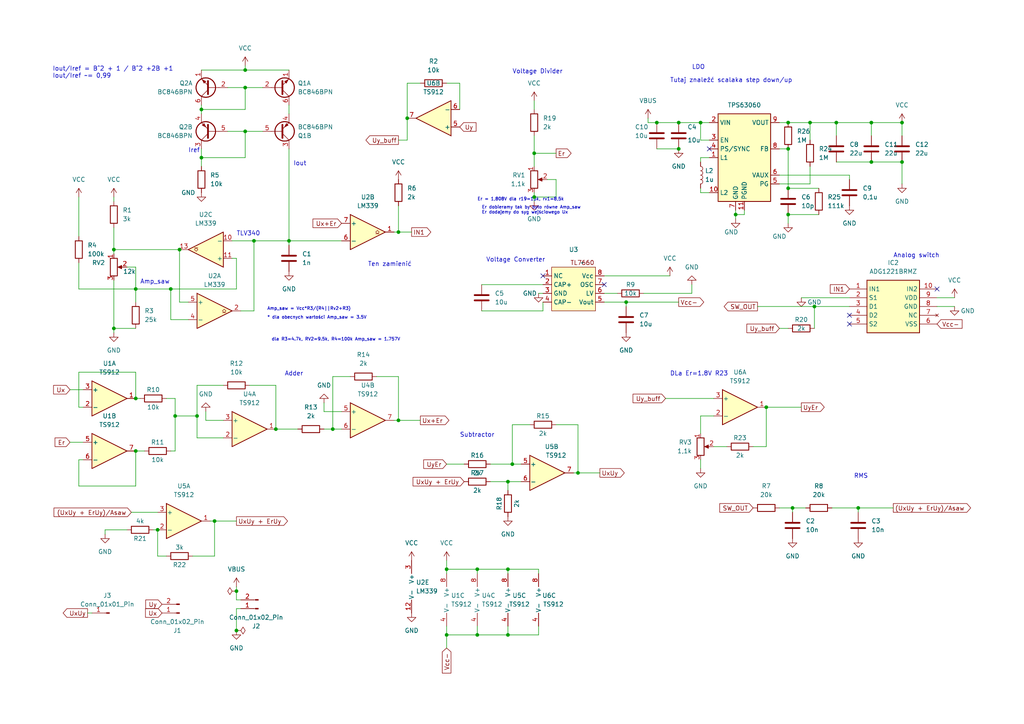
<source format=kicad_sch>
(kicad_sch (version 20230121) (generator eeschema)
  (paper "A4")
  (title_block (title "MultiplierV1") (date "2023-11-20") (comment 1 "Piotr Łętowski, Michał Nizioł, Michał Zelek"))
  (lib_symbols
    (symbol "Amplifier_Operational:TS912" (pin_names (offset 0.127))
      (property "Reference" "U" (at 0 5.08 0))
      (property "Value" "TS912" (at 0 -5.08 0))
      (symbol "TS912_1_1"
        (pin output line (at 7.62 0 180) (length 2.54) (name "~") (number "1"))
        (pin input line (at -7.62 -2.54 0) (length 2.54) (name "-") (number "2"))
        (pin input line (at -7.62 2.54 0) (length 2.54) (name "+") (number "3"))
      )
      (symbol "TS912_2_1"
        (pin input line (at -7.62 2.54 0) (length 2.54) (name "+") (number "5"))
        (pin input line (at -7.62 -2.54 0) (length 2.54) (name "-") (number "6"))
        (pin output line (at 7.62 0 180) (length 2.54) (name "~") (number "7"))
      )
      (symbol "TS912_3_1"
        (pin power_in line (at -2.54 -7.62 90) (length 3.81) (name "V-") (number "4"))
        (pin power_in line (at -2.54 7.62 270) (length 3.81) (name "V+") (number "8"))
      )
    )
    (symbol "Comparator:LM339" (pin_names (offset 0.127))
      (property "Reference" "U" (at 0 5.08 0))
      (property "Value" "LM339" (at 0 -5.08 0))
      (symbol "LM339_1_1"
        (pin open_collector line (at 7.62 0 180) (length 2.54) (name "~") (number "2"))
        (pin input line (at -7.62 -2.54 0) (length 2.54) (name "-") (number "4"))
        (pin input line (at -7.62 2.54 0) (length 2.54) (name "+") (number "5"))
      )
      (symbol "LM339_2_1"
        (pin open_collector line (at 7.62 0 180) (length 2.54) (name "~") (number "1"))
        (pin input line (at -7.62 -2.54 0) (length 2.54) (name "-") (number "6"))
        (pin input line (at -7.62 2.54 0) (length 2.54) (name "+") (number "7"))
      )
      (symbol "LM339_3_1"
        (pin input line (at -7.62 -2.54 0) (length 2.54) (name "-") (number "10"))
        (pin input line (at -7.62 2.54 0) (length 2.54) (name "+") (number "11"))
        (pin open_collector line (at 7.62 0 180) (length 2.54) (name "~") (number "13"))
      )
      (symbol "LM339_4_1"
        (pin open_collector line (at 7.62 0 180) (length 2.54) (name "~") (number "14"))
        (pin input line (at -7.62 -2.54 0) (length 2.54) (name "-") (number "8"))
        (pin input line (at -7.62 2.54 0) (length 2.54) (name "+") (number "9"))
      )
      (symbol "LM339_5_1"
        (pin power_in line (at -2.54 -7.62 90) (length 3.81) (name "V-") (number "12"))
        (pin power_in line (at -2.54 7.62 270) (length 3.81) (name "V+") (number "3"))
      )
    )
    (symbol "Connector:Conn_01x01_Pin" (pin_names (offset 1.016) hide)
      (property "Reference" "J" (at 0 2.54 0))
      (property "Value" "Conn_01x01_Pin" (at 0 -2.54 0))
      (symbol "Conn_01x01_Pin_1_1"
        (pin passive line (at 5.08 0 180) (length 3.81) (name "Pin_1") (number "1"))
      )
    )
    (symbol "Connector:Conn_01x02_Pin" (pin_names (offset 1.016) hide)
      (property "Reference" "J" (at 0 2.54 0))
      (property "Value" "Conn_01x02_Pin" (at 0 -5.08 0))
      (symbol "Conn_01x02_Pin_1_1"
        (pin passive line (at 5.08 0 180) (length 3.81) (name "Pin_1") (number "1"))
        (pin passive line (at 5.08 -2.54 180) (length 3.81) (name "Pin_2") (number "2"))
      )
    )
    (symbol "Custom:ADG1221BRMZ"
      (property "Reference" "IC" (at 21.59 7.62 0))
      (property "Value" "ADG1221BRMZ" (at 21.59 5.08 0))
      (symbol "ADG1221BRMZ_1_1"
        (pin passive line (at 0 0 0) (length 5.08) (name "IN1") (number "1"))
        (pin passive line (at 25.4 0 180) (length 5.08) (name "IN2") (number "10"))
        (pin passive line (at 0 -2.54 0) (length 5.08) (name "S1") (number "2"))
        (pin passive line (at 0 -5.08 0) (length 5.08) (name "D1") (number "3"))
        (pin passive line (at 0 -7.62 0) (length 5.08) (name "D2") (number "4"))
        (pin passive line (at 0 -10.16 0) (length 5.08) (name "S2") (number "5"))
        (pin passive line (at 25.4 -10.16 180) (length 5.08) (name "VSS") (number "6"))
        (pin no_connect line (at 25.4 -7.62 180) (length 5.08) (name "NC") (number "7"))
        (pin passive line (at 25.4 -5.08 180) (length 5.08) (name "GND") (number "8"))
        (pin passive line (at 25.4 -2.54 180) (length 5.08) (name "VDD") (number "9"))
      )
    )
    (symbol "Custom:tl7660"
      (property "Reference" "U" (at -2.54 2.54 0))
      (symbol "tl7660_1_1"
        (text "TL7660" (at 0 0 0) (effects (font (size 1.27 1.27))))
        (pin input line (at -11.43 -3.81 0) (length 2.54) (name "NC") (number "1"))
        (pin unspecified line (at -11.43 -6.35 0) (length 2.54) (name "CAP+") (number "2"))
        (pin power_in line (at -11.43 -8.89 0) (length 2.54) (name "GND") (number "3"))
        (pin unspecified line (at -11.43 -11.43 0) (length 2.54) (name "CAP-") (number "4"))
        (pin power_out line (at 6.35 -11.43 180) (length 2.54) (name "Vout") (number "5"))
        (pin input line (at 6.35 -8.89 180) (length 2.54) (name "LV") (number "6"))
        (pin input line (at 6.35 -6.35 180) (length 2.54) (name "OSC") (number "7"))
        (pin power_in line (at 6.35 -3.81 180) (length 2.54) (name "Vcc") (number "8"))
      )
    )
    (symbol "Device:C" (pin_numbers hide) (pin_names (offset 0.254))
      (property "Reference" "C" (at 0.635 2.54 0))
      (property "Value" "C" (at 0.635 -2.54 0))
      (symbol "C_1_1"
        (pin passive line (at 0 3.81 270) (length 2.794) (name "~") (number "1"))
        (pin passive line (at 0 -3.81 90) (length 2.794) (name "~") (number "2"))
      )
    )
    (symbol "Device:L" (pin_numbers hide) (pin_names (offset 1.016) hide)
      (property "Reference" "L" (at -1.27 0 90))
      (property "Value" "L" (at 1.905 0 90))
      (symbol "L_1_1"
        (pin passive line (at 0 3.81 270) (length 1.27) (name "1") (number "1"))
        (pin passive line (at 0 -3.81 90) (length 1.27) (name "2") (number "2"))
      )
    )
    (symbol "Device:R" (pin_numbers hide) (pin_names (offset 0))
      (property "Reference" "R" (at 2.032 0 90))
      (property "Value" "R" (at 0 0 90))
      (symbol "R_1_1"
        (pin passive line (at 0 3.81 270) (length 1.27) (name "~") (number "1"))
        (pin passive line (at 0 -3.81 90) (length 1.27) (name "~") (number "2"))
      )
    )
    (symbol "Device:R_Potentiometer" (pin_names (offset 1.016) hide)
      (property "Reference" "RV" (at -4.445 0 90))
      (property "Value" "R_Potentiometer" (at -2.54 0 90))
      (symbol "R_Potentiometer_1_1"
        (pin passive line (at 0 3.81 270) (length 1.27) (name "1") (number "1"))
        (pin passive line (at 3.81 0 180) (length 1.27) (name "2") (number "2"))
        (pin passive line (at 0 -3.81 90) (length 1.27) (name "3") (number "3"))
      )
    )
    (symbol "Regulator_Switching:TPS63060"
      (property "Reference" "U" (at -7.62 13.97 0))
      (property "Value" "TPS63060" (at 2.54 13.97 0))
      (symbol "TPS63060_1_1"
        (pin input line (at -10.16 0 0) (length 2.54) (name "L1") (number "1"))
        (pin input line (at -10.16 -10.16 0) (length 2.54) (name "L2") (number "10"))
        (pin power_in line (at 0 -15.24 90) (length 2.54) (name "PGND") (number "11"))
        (pin power_in line (at -10.16 10.16 0) (length 2.54) (name "VIN") (number "2"))
        (pin input line (at -10.16 5.08 0) (length 2.54) (name "EN") (number "3"))
        (pin input line (at -10.16 2.54 0) (length 2.54) (name "PS/SYNC") (number "4"))
        (pin output line (at 10.16 -7.62 180) (length 2.54) (name "PG") (number "5"))
        (pin passive line (at 10.16 -5.08 180) (length 2.54) (name "VAUX") (number "6"))
        (pin power_in line (at -2.54 -15.24 90) (length 2.54) (name "GND") (number "7"))
        (pin input line (at 10.16 2.54 180) (length 2.54) (name "FB") (number "8"))
        (pin power_out line (at 10.16 10.16 180) (length 2.54) (name "VOUT") (number "9"))
      )
    )
    (symbol "Transistor_BJT:BC846BPN" (pin_names (offset 0) hide)
      (property "Reference" "Q" (at 5.08 1.27 0))
      (property "Value" "BC846BPN" (at 5.08 -1.27 0))
      (symbol "BC846BPN_1_1"
        (pin passive line (at 2.54 -5.08 90) (length 2.54) (name "E1") (number "1"))
        (pin input line (at -5.08 0 0) (length 2.54) (name "B1") (number "2"))
        (pin passive line (at 2.54 5.08 270) (length 2.54) (name "C1") (number "6"))
      )
      (symbol "BC846BPN_2_1"
        (pin passive line (at 2.54 5.08 270) (length 2.54) (name "C2") (number "3"))
        (pin passive line (at 2.54 -5.08 90) (length 2.54) (name "E2") (number "4"))
        (pin input line (at -5.08 0 0) (length 2.54) (name "B2") (number "5"))
      )
    )
    (symbol "power:GND" (power) (pin_names (offset 0))
      (property "Value" "GND" (at 0 -3.81 0))
      (symbol "GND_1_1"
        (pin power_in line (at 0 0 270) (length 0) hide (name "GND") (number "1"))
      )
    )
    (symbol "power:PWR_FLAG" (power) (pin_numbers hide) (pin_names (offset 0) hide)
      (property "Value" "PWR_FLAG" (at 0 3.81 0))
      (symbol "PWR_FLAG_0_0"
        (pin power_out line (at 0 0 90) (length 0) (name "pwr") (number "1"))
      )
    )
    (symbol "power:VBUS" (power) (pin_names (offset 0))
      (property "Value" "VBUS" (at 0 3.81 0))
      (symbol "VBUS_1_1"
        (pin power_in line (at 0 0 90) (length 0) hide (name "VBUS") (number "1"))
      )
    )
    (symbol "power:VCC" (power) (pin_names (offset 0))
      (property "Value" "VCC" (at 0 3.81 0))
      (symbol "VCC_1_1"
        (pin power_in line (at 0 0 90) (length 0) hide (name "VCC") (number "1"))
      )
    )
  )
  (junction (at 33.02 95.25))
  (junction (at 71.12 25.4))
  (junction (at 147.32 139.7))
  (junction (at 62.23 151.13))
  (junction (at 181.61 87.63))
  (junction (at 33.02 72.39))
  (junction (at 252.73 35.56))
  (junction (at 39.37 83.82))
  (junction (at 118.11 34.29))
  (junction (at 73.66 69.85))
  (junction (at 138.43 165.1))
  (junction (at 228.6 54.61))
  (junction (at 68.58 182.88))
  (junction (at 196.85 35.56))
  (junction (at 115.57 121.92))
  (junction (at 261.62 35.56))
  (junction (at 147.32 165.1))
  (junction (at 52.07 72.39))
  (junction (at 252.73 46.99))
  (junction (at 49.53 83.82))
  (junction (at 228.6 35.56))
  (junction (at 203.2 35.56))
  (junction (at 71.12 38.1))
  (junction (at 261.62 46.99))
  (junction (at 45.72 153.67))
  (junction (at 228.6 43.18))
  (junction (at 58.42 45.72))
  (junction (at 129.54 165.1))
  (junction (at 68.58 171.45))
  (junction (at 83.82 69.85))
  (junction (at 138.43 184.15))
  (junction (at 248.92 147.32))
  (junction (at 71.12 20.32))
  (junction (at 39.37 130.81))
  (junction (at 229.87 147.32))
  (junction (at 115.57 67.31))
  (junction (at 50.8 120.65))
  (junction (at 148.59 134.62))
  (junction (at 234.95 35.56))
  (junction (at 147.32 184.15))
  (junction (at 236.22 88.9))
  (junction (at 39.37 115.57))
  (junction (at 58.42 31.75))
  (junction (at 167.64 137.16))
  (junction (at 154.94 57.15))
  (junction (at 96.52 124.46))
  (junction (at 228.6 62.23))
  (junction (at 57.15 120.65))
  (junction (at 222.25 118.11))
  (junction (at 80.01 124.46))
  (junction (at 154.94 44.45))
  (junction (at 190.5 35.56))
  (junction (at 213.36 62.23))
  (junction (at 196.85 43.18))
  (junction (at 242.57 35.56))
  (junction (at 129.54 184.15))
  (no_connect (at 246.38 91.44))
  (no_connect (at 246.38 93.98))
  (no_connect (at 157.48 80.01))
  (no_connect (at 271.78 83.82))
  (no_connect (at 205.74 43.18))
  (no_connect (at 175.26 82.55))
  (wire (pts (xy 242.57 35.56) (xy 252.73 35.56)))
  (wire (pts (xy 242.57 39.37) (xy 242.57 35.56)))
  (wire (pts (xy 142.24 134.62) (xy 148.59 134.62)))
  (wire (pts (xy 22.86 118.11) (xy 24.13 118.11)))
  (wire (pts (xy 154.94 57.15) (xy 161.29 57.15)))
  (wire (pts (xy 228.6 43.18) (xy 228.6 54.61)))
  (wire (pts (xy 67.31 69.85) (xy 73.66 69.85)))
  (wire (pts (xy 66.04 25.4) (xy 71.12 25.4)))
  (wire (pts (xy 229.87 147.32) (xy 229.87 148.59)))
  (wire (pts (xy 71.12 25.4) (xy 76.2 25.4)))
  (wire (pts (xy 68.58 170.18) (xy 68.58 171.45)))
  (wire (pts (xy 50.8 120.65) (xy 50.8 130.81)))
  (wire (pts (xy 229.87 147.32) (xy 233.68 147.32)))
  (wire (pts (xy 48.26 161.29) (xy 45.72 161.29)))
  (wire (pts (xy 58.42 31.75) (xy 58.42 33.02)))
  (wire (pts (xy 222.25 118.11) (xy 222.25 129.54)))
  (wire (pts (xy 248.92 147.32) (xy 248.92 148.59)))
  (wire (pts (xy 39.37 130.81) (xy 39.37 140.97)))
  (wire (pts (xy 154.94 58.42) (xy 154.94 57.15)))
  (wire (pts (xy 156.21 85.09) (xy 157.48 85.09)))
  (wire (pts (xy 205.74 55.88) (xy 203.2 55.88)))
  (wire (pts (xy 129.54 165.1) (xy 129.54 166.37)))
  (wire (pts (xy 30.48 154.94) (xy 30.48 153.67)))
  (wire (pts (xy 187.96 34.29) (xy 187.96 35.56)))
  (wire (pts (xy 49.53 92.71) (xy 54.61 92.71)))
  (wire (pts (xy 52.07 87.63) (xy 54.61 87.63)))
  (wire (pts (xy 228.6 62.23) (xy 228.6 64.77)))
  (wire (pts (xy 83.82 69.85) (xy 99.06 69.85)))
  (wire (pts (xy 147.32 166.37) (xy 147.32 165.1)))
  (wire (pts (xy 139.7 90.17) (xy 157.48 90.17)))
  (wire (pts (xy 228.6 62.23) (xy 237.49 62.23)))
  (wire (pts (xy 48.26 115.57) (xy 50.8 115.57)))
  (wire (pts (xy 138.43 165.1) (xy 147.32 165.1)))
  (wire (pts (xy 93.98 119.38) (xy 99.06 119.38)))
  (wire (pts (xy 203.2 133.35) (xy 203.2 135.89)))
  (wire (pts (xy 93.98 116.84) (xy 93.98 119.38)))
  (wire (pts (xy 72.39 111.76) (xy 80.01 111.76)))
  (wire (pts (xy 44.45 153.67) (xy 45.72 153.67)))
  (wire (pts (xy 115.57 67.31) (xy 119.38 67.31)))
  (wire (pts (xy 203.2 54.61) (xy 203.2 55.88)))
  (wire (pts (xy 24.13 133.35) (xy 22.86 133.35)))
  (wire (pts (xy 271.78 86.36) (xy 276.86 86.36)))
  (wire (pts (xy 96.52 109.22) (xy 101.6 109.22)))
  (wire (pts (xy 213.36 62.23) (xy 215.9 62.23)))
  (wire (pts (xy 213.36 62.23) (xy 213.36 63.5)))
  (wire (pts (xy 181.61 87.63) (xy 181.61 88.9)))
  (wire (pts (xy 22.86 107.95) (xy 22.86 118.11)))
  (wire (pts (xy 207.01 129.54) (xy 210.82 129.54)))
  (wire (pts (xy 45.72 153.67) (xy 45.72 161.29)))
  (wire (pts (xy 219.71 88.9) (xy 236.22 88.9)))
  (wire (pts (xy 22.86 76.2) (xy 22.86 83.82)))
  (wire (pts (xy 33.02 72.39) (xy 33.02 73.66)))
  (wire (pts (xy 58.42 30.48) (xy 58.42 31.75)))
  (wire (pts (xy 58.42 45.72) (xy 71.12 45.72)))
  (wire (pts (xy 190.5 35.56) (xy 196.85 35.56)))
  (wire (pts (xy 50.8 120.65) (xy 57.15 120.65)))
  (wire (pts (xy 22.86 57.15) (xy 22.86 68.58)))
  (wire (pts (xy 121.92 24.13) (xy 118.11 24.13)))
  (wire (pts (xy 228.6 35.56) (xy 234.95 35.56)))
  (wire (pts (xy 175.26 80.01) (xy 194.31 80.01)))
  (wire (pts (xy 156.21 181.61) (xy 156.21 184.15)))
  (wire (pts (xy 175.26 87.63) (xy 181.61 87.63)))
  (wire (pts (xy 167.64 137.16) (xy 166.37 137.16)))
  (wire (pts (xy 261.62 35.56) (xy 261.62 39.37)))
  (wire (pts (xy 71.12 38.1) (xy 76.2 38.1)))
  (wire (pts (xy 129.54 165.1) (xy 138.43 165.1)))
  (wire (pts (xy 68.58 83.82) (xy 49.53 83.82)))
  (wire (pts (xy 115.57 121.92) (xy 114.3 121.92)))
  (wire (pts (xy 22.86 133.35) (xy 22.86 140.97)))
  (wire (pts (xy 83.82 30.48) (xy 83.82 33.02)))
  (wire (pts (xy 33.02 95.25) (xy 33.02 96.52)))
  (wire (pts (xy 71.12 25.4) (xy 71.12 31.75)))
  (wire (pts (xy 109.22 109.22) (xy 115.57 109.22)))
  (wire (pts (xy 129.54 162.56) (xy 129.54 165.1)))
  (wire (pts (xy 147.32 181.61) (xy 147.32 184.15)))
  (wire (pts (xy 55.88 161.29) (xy 62.23 161.29)))
  (wire (pts (xy 252.73 35.56) (xy 261.62 35.56)))
  (wire (pts (xy 248.92 147.32) (xy 259.08 147.32)))
  (wire (pts (xy 68.58 176.53) (xy 68.58 182.88)))
  (wire (pts (xy 154.94 29.21) (xy 154.94 31.75)))
  (wire (pts (xy 22.86 83.82) (xy 39.37 83.82)))
  (wire (pts (xy 33.02 57.15) (xy 33.02 58.42)))
  (wire (pts (xy 68.58 74.93) (xy 68.58 83.82)))
  (wire (pts (xy 30.48 153.67) (xy 36.83 153.67)))
  (wire (pts (xy 203.2 45.72) (xy 203.2 46.99)))
  (wire (pts (xy 36.83 77.47) (xy 39.37 77.47)))
  (wire (pts (xy 190.5 43.18) (xy 196.85 43.18)))
  (wire (pts (xy 138.43 166.37) (xy 138.43 165.1)))
  (wire (pts (xy 69.85 176.53) (xy 68.58 176.53)))
  (wire (pts (xy 33.02 81.28) (xy 33.02 95.25)))
  (wire (pts (xy 154.94 44.45) (xy 161.29 44.45)))
  (wire (pts (xy 129.54 24.13) (xy 133.35 24.13)))
  (wire (pts (xy 49.53 83.82) (xy 49.53 92.71)))
  (wire (pts (xy 114.3 67.31) (xy 115.57 67.31)))
  (wire (pts (xy 156.21 165.1) (xy 156.21 166.37)))
  (wire (pts (xy 52.07 72.39) (xy 52.07 87.63)))
  (wire (pts (xy 271.78 88.9) (xy 276.86 88.9)))
  (wire (pts (xy 226.06 53.34) (xy 234.95 53.34)))
  (wire (pts (xy 118.11 34.29) (xy 118.11 40.64)))
  (wire (pts (xy 22.86 140.97) (xy 39.37 140.97)))
  (wire (pts (xy 33.02 66.04) (xy 33.02 72.39)))
  (wire (pts (xy 147.32 142.24) (xy 147.32 139.7)))
  (wire (pts (xy 115.57 40.64) (xy 118.11 40.64)))
  (wire (pts (xy 167.64 123.19) (xy 167.64 137.16)))
  (wire (pts (xy 58.42 31.75) (xy 71.12 31.75)))
  (wire (pts (xy 228.6 54.61) (xy 237.49 54.61)))
  (wire (pts (xy 236.22 88.9) (xy 246.38 88.9)))
  (wire (pts (xy 205.74 45.72) (xy 203.2 45.72)))
  (wire (pts (xy 33.02 95.25) (xy 39.37 95.25)))
  (wire (pts (xy 154.94 44.45) (xy 154.94 48.26)))
  (wire (pts (xy 167.64 137.16) (xy 173.99 137.16)))
  (wire (pts (xy 133.35 24.13) (xy 133.35 31.75)))
  (wire (pts (xy 93.98 124.46) (xy 96.52 124.46)))
  (wire (pts (xy 234.95 40.64) (xy 234.95 35.56)))
  (wire (pts (xy 58.42 43.18) (xy 58.42 45.72)))
  (wire (pts (xy 181.61 87.63) (xy 196.85 87.63)))
  (wire (pts (xy 96.52 124.46) (xy 96.52 109.22)))
  (wire (pts (xy 73.66 69.85) (xy 83.82 69.85)))
  (wire (pts (xy 49.53 130.81) (xy 50.8 130.81)))
  (wire (pts (xy 252.73 46.99) (xy 242.57 46.99)))
  (wire (pts (xy 58.42 45.72) (xy 58.42 48.26)))
  (wire (pts (xy 241.3 147.32) (xy 248.92 147.32)))
  (wire (pts (xy 200.66 82.55) (xy 200.66 85.09)))
  (wire (pts (xy 200.66 85.09) (xy 186.69 85.09)))
  (wire (pts (xy 33.02 72.39) (xy 52.07 72.39)))
  (wire (pts (xy 193.04 115.57) (xy 207.01 115.57)))
  (wire (pts (xy 236.22 88.9) (xy 236.22 95.25)))
  (wire (pts (xy 129.54 184.15) (xy 138.43 184.15)))
  (wire (pts (xy 226.06 147.32) (xy 229.87 147.32)))
  (wire (pts (xy 68.58 173.99) (xy 69.85 173.99)))
  (wire (pts (xy 25.4 177.8) (xy 26.67 177.8)))
  (wire (pts (xy 62.23 151.13) (xy 68.58 151.13)))
  (wire (pts (xy 252.73 46.99) (xy 261.62 46.99)))
  (wire (pts (xy 252.73 35.56) (xy 252.73 39.37)))
  (wire (pts (xy 115.57 121.92) (xy 121.92 121.92)))
  (wire (pts (xy 39.37 107.95) (xy 39.37 115.57)))
  (wire (pts (xy 203.2 120.65) (xy 203.2 125.73)))
  (wire (pts (xy 38.1 148.59) (xy 45.72 148.59)))
  (wire (pts (xy 129.54 134.62) (xy 134.62 134.62)))
  (wire (pts (xy 115.57 109.22) (xy 115.57 121.92)))
  (wire (pts (xy 157.48 87.63) (xy 157.48 90.17)))
  (wire (pts (xy 215.9 60.96) (xy 215.9 62.23)))
  (wire (pts (xy 39.37 83.82) (xy 39.37 87.63)))
  (wire (pts (xy 261.62 46.99) (xy 261.62 53.34)))
  (wire (pts (xy 234.95 35.56) (xy 242.57 35.56)))
  (wire (pts (xy 226.06 50.8) (xy 246.38 50.8)))
  (wire (pts (xy 39.37 115.57) (xy 40.64 115.57)))
  (wire (pts (xy 71.12 20.32) (xy 83.82 20.32)))
  (wire (pts (xy 196.85 35.56) (xy 203.2 35.56)))
  (wire (pts (xy 115.57 59.69) (xy 115.57 67.31)))
  (wire (pts (xy 222.25 118.11) (xy 232.41 118.11)))
  (wire (pts (xy 161.29 123.19) (xy 167.64 123.19)))
  (wire (pts (xy 59.69 119.38) (xy 59.69 121.92)))
  (wire (pts (xy 147.32 139.7) (xy 151.13 139.7)))
  (wire (pts (xy 129.54 184.15) (xy 129.54 187.96)))
  (wire (pts (xy 203.2 40.64) (xy 203.2 35.56)))
  (wire (pts (xy 226.06 95.25) (xy 228.6 95.25)))
  (wire (pts (xy 57.15 120.65) (xy 57.15 127)))
  (wire (pts (xy 226.06 43.18) (xy 228.6 43.18)))
  (wire (pts (xy 187.96 35.56) (xy 190.5 35.56)))
  (wire (pts (xy 161.29 52.07) (xy 161.29 57.15)))
  (wire (pts (xy 213.36 60.96) (xy 213.36 62.23)))
  (wire (pts (xy 20.32 128.27) (xy 24.13 128.27)))
  (wire (pts (xy 139.7 82.55) (xy 157.48 82.55)))
  (wire (pts (xy 71.12 19.05) (xy 71.12 20.32)))
  (wire (pts (xy 96.52 124.46) (xy 99.06 124.46)))
  (wire (pts (xy 57.15 111.76) (xy 57.15 120.65)))
  (wire (pts (xy 118.11 24.13) (xy 118.11 34.29)))
  (wire (pts (xy 67.31 74.93) (xy 68.58 74.93)))
  (wire (pts (xy 69.85 90.17) (xy 73.66 90.17)))
  (wire (pts (xy 203.2 35.56) (xy 205.74 35.56)))
  (wire (pts (xy 66.04 38.1) (xy 71.12 38.1)))
  (wire (pts (xy 20.32 113.03) (xy 24.13 113.03)))
  (wire (pts (xy 142.24 139.7) (xy 147.32 139.7)))
  (wire (pts (xy 22.86 107.95) (xy 39.37 107.95)))
  (wire (pts (xy 232.41 86.36) (xy 246.38 86.36)))
  (wire (pts (xy 226.06 35.56) (xy 228.6 35.56)))
  (wire (pts (xy 148.59 123.19) (xy 148.59 134.62)))
  (wire (pts (xy 57.15 127) (xy 64.77 127)))
  (wire (pts (xy 129.54 181.61) (xy 129.54 184.15)))
  (wire (pts (xy 147.32 184.15) (xy 156.21 184.15)))
  (wire (pts (xy 39.37 130.81) (xy 41.91 130.81)))
  (wire (pts (xy 154.94 57.15) (xy 154.94 55.88)))
  (wire (pts (xy 138.43 181.61) (xy 138.43 184.15)))
  (wire (pts (xy 234.95 48.26) (xy 234.95 53.34)))
  (wire (pts (xy 80.01 111.76) (xy 80.01 124.46)))
  (wire (pts (xy 205.74 40.64) (xy 203.2 40.64)))
  (wire (pts (xy 68.58 171.45) (xy 68.58 173.99)))
  (wire (pts (xy 58.42 20.32) (xy 71.12 20.32)))
  (wire (pts (xy 49.53 83.82) (xy 39.37 83.82)))
  (wire (pts (xy 80.01 124.46) (xy 86.36 124.46)))
  (wire (pts (xy 50.8 115.57) (xy 50.8 120.65)))
  (wire (pts (xy 147.32 165.1) (xy 156.21 165.1)))
  (wire (pts (xy 175.26 85.09) (xy 179.07 85.09)))
  (wire (pts (xy 154.94 39.37) (xy 154.94 44.45)))
  (wire (pts (xy 246.38 50.8) (xy 246.38 52.07)))
  (wire (pts (xy 64.77 111.76) (xy 57.15 111.76)))
  (wire (pts (xy 207.01 120.65) (xy 203.2 120.65)))
  (wire (pts (xy 71.12 38.1) (xy 71.12 45.72)))
  (wire (pts (xy 138.43 184.15) (xy 147.32 184.15)))
  (wire (pts (xy 153.67 123.19) (xy 148.59 123.19)))
  (wire (pts (xy 83.82 69.85) (xy 83.82 71.12)))
  (wire (pts (xy 218.44 129.54) (xy 222.25 129.54)))
  (wire (pts (xy 83.82 43.18) (xy 83.82 69.85)))
  (wire (pts (xy 161.29 52.07) (xy 158.75 52.07)))
  (wire (pts (xy 39.37 77.47) (xy 39.37 83.82)))
  (wire (pts (xy 59.69 121.92) (xy 64.77 121.92)))
  (wire (pts (xy 148.59 134.62) (xy 151.13 134.62)))
  (wire (pts (xy 62.23 151.13) (xy 60.96 151.13)))
  (wire (pts (xy 62.23 161.29) (xy 62.23 151.13)))
  (wire (pts (xy 73.66 69.85) (xy 73.66 90.17)))
  (text "TLV340" (at 68.58 68.58 0) (effects (font (size 1.27 1.27)) (justify left bottom)))
  (text "DLa Er=1.8V R23" (at 194.31 109.22 0) (effects (font (size 1.27 1.27)) (justify left bottom)))
  (text "Iref\n" (at 54.61 44.45 0) (effects (font (size 1.27 1.27)) (justify left bottom)))
  (text "Iout/Iref ~= 0,99\n" (at 15.24 22.86 0) (effects (font (size 1.27 1.27)) (justify left bottom)))
  (text "Iout/Iref = B^2 + 1 / B^2 +2B +1\n\n" (at 15.24 22.86 0) (effects (font (size 1.27 1.27)) (justify left bottom)))
  (text "Analog switch" (at 259.08 74.93 0) (effects (font (size 1.27 1.27)) (justify left bottom)))
  (text "Iout\n" (at 85.09 48.26 0) (effects (font (size 1.27 1.27)) (justify left bottom)))
  (text "Er = 1,808V dla r19=15k, rv1=8,5k" (at 138.43 58.42 0) (effects (font (size 0.9 0.9)) (justify left bottom)))
  (text "RMS\n\n" (at 247.65 140.97 0) (effects (font (size 1.27 1.27)) (justify left bottom)))
  (text "Amp_saw\n" (at 40.64 82.55 0) (effects (font (size 1.27 1.27)) (justify left bottom)))
  (text "Er dobieramy tak by było równe Amp_saw \nEr dodajemy do syg wejściowego Ux\n" (at 139.7 62.23 0) (effects (font (size 0.9 0.9)) (justify left bottom)))
  (text "LDO" (at 200.66 20.32 0) (effects (font (size 1.27 1.27)) (justify left bottom)))
  (text "Adder\n" (at 82.55 109.22 0) (effects (font (size 1.27 1.27)) (justify left bottom)))
  (text "dla R3=4.7k, RV2=9.5k, R4=100k Amp_saw = 1.757V" (at 78.74 99.06 0) (effects (font (size 0.9 0.9)) (justify left bottom)))
  (text "Tutaj znależć scalaka step down/up\n" (at 194.31 24.13 0) (effects (font (size 1.27 1.27)) (justify left bottom)))
  (text "Subtractor\n" (at 133.35 127 0) (effects (font (size 1.27 1.27)) (justify left bottom)))
  (text "Amp_saw = Vcc*R3/(R4||Rv2+R3)" (at 77.47 90.17 0) (effects (font (size 0.9 0.9)) (justify left bottom)))
  (text "Voltage Divider\n" (at 148.59 21.59 0) (effects (font (size 1.27 1.27)) (justify left bottom)))
  (text "* dla obecnych wartości Amp_saw = 3.5V" (at 77.47 92.71 0) (effects (font (size 0.9 0.9)) (justify left bottom)))
  (text "Ten zamienić\n" (at 106.68 77.47 0) (effects (font (size 1.27 1.27)) (justify left bottom)))
  (text "Voltage Converter\n" (at 140.97 76.2 0) (effects (font (size 1.27 1.27)) (justify left bottom)))
  (global_label "Vcc-" (shape input) (at 271.78 93.98 0) (property "Intersheetrefs" "${INTERSHEET_REFS}" (effects hide)))
  (global_label "UxUy" (shape output) (at 173.99 137.16 0) (property "Intersheetrefs" "${INTERSHEET_REFS}" (effects hide)))
  (global_label "(UxUy + ErUy){slash}Asaw" (shape input) (at 38.1 148.59 180) (property "Intersheetrefs" "${INTERSHEET_REFS}" (effects hide)))
  (global_label "Ux" (shape input) (at 20.32 113.03 180) (property "Intersheetrefs" "${INTERSHEET_REFS}" (effects hide)))
  (global_label "Ux" (shape input) (at 46.99 177.8 180) (property "Intersheetrefs" "${INTERSHEET_REFS}" (effects hide)))
  (global_label "UyEr" (shape output) (at 232.41 118.11 0) (property "Intersheetrefs" "${INTERSHEET_REFS}" (effects hide)))
  (global_label "(UxUy + ErUy){slash}Asaw" (shape output) (at 259.08 147.32 0) (property "Intersheetrefs" "${INTERSHEET_REFS}" (effects hide)))
  (global_label "Ux+Er" (shape output) (at 121.92 121.92 0) (property "Intersheetrefs" "${INTERSHEET_REFS}" (effects hide)))
  (global_label "Ux+Er" (shape input) (at 99.06 64.77 180) (property "Intersheetrefs" "${INTERSHEET_REFS}" (effects hide)))
  (global_label "IN1" (shape input) (at 246.38 83.82 180) (property "Intersheetrefs" "${INTERSHEET_REFS}" (effects hide)))
  (global_label "Er" (shape output) (at 161.29 44.45 0) (property "Intersheetrefs" "${INTERSHEET_REFS}" (effects hide)))
  (global_label "IN1" (shape output) (at 119.38 67.31 0) (property "Intersheetrefs" "${INTERSHEET_REFS}" (effects hide)))
  (global_label "UxUy + ErUy" (shape output) (at 68.58 151.13 0) (property "Intersheetrefs" "${INTERSHEET_REFS}" (effects hide)))
  (global_label "Uy" (shape input) (at 46.99 175.26 180) (property "Intersheetrefs" "${INTERSHEET_REFS}" (effects hide)))
  (global_label "Uy_buff" (shape input) (at 193.04 115.57 180) (property "Intersheetrefs" "${INTERSHEET_REFS}" (effects hide)))
  (global_label "Uy" (shape input) (at 133.35 36.83 0) (property "Intersheetrefs" "${INTERSHEET_REFS}" (effects hide)))
  (global_label "Vcc-" (shape output) (at 196.85 87.63 0) (property "Intersheetrefs" "${INTERSHEET_REFS}" (effects hide)))
  (global_label "UyEr" (shape input) (at 129.54 134.62 180) (property "Intersheetrefs" "${INTERSHEET_REFS}" (effects hide)))
  (global_label "SW_OUT" (shape output) (at 219.71 88.9 180) (property "Intersheetrefs" "${INTERSHEET_REFS}" (effects hide)))
  (global_label "UxUy + ErUy" (shape input) (at 134.62 139.7 180) (property "Intersheetrefs" "${INTERSHEET_REFS}" (effects hide)))
  (global_label "SW_OUT" (shape input) (at 218.44 147.32 180) (property "Intersheetrefs" "${INTERSHEET_REFS}" (effects hide)))
  (global_label "UxUy" (shape output) (at 25.4 177.8 180) (property "Intersheetrefs" "${INTERSHEET_REFS}" (effects hide)))
  (global_label "Uy_buff" (shape output) (at 115.57 40.64 180) (property "Intersheetrefs" "${INTERSHEET_REFS}" (effects hide)))
  (global_label "Vcc-" (shape input) (at 129.54 187.96 270) (property "Intersheetrefs" "${INTERSHEET_REFS}" (effects hide)))
  (global_label "Er" (shape input) (at 20.32 128.27 180) (property "Intersheetrefs" "${INTERSHEET_REFS}" (effects hide)))
  (global_label "Uy_buff" (shape input) (at 226.06 95.25 180) (property "Intersheetrefs" "${INTERSHEET_REFS}" (effects hide)))
  (symbol (lib_id "Device:C") (at 229.87 152.4 0) (unit 1)
    (property "Reference" "C2" (at 233.68 151.13 0) (effects (justify left)))
    (property "Value" "10n" (at 233.68 153.67 0) (effects (justify left)))
    (property "Footprint" "Capacitor_SMD:C_0805_2012Metric" (effects hide))
  )
  (symbol (lib_id "Device:R") (at 33.02 62.23 0) (unit 1)
    (property "Reference" "R1" (at 35.56 60.96 0) (effects (justify left)))
    (property "Value" "3k" (at 35.56 63.5 0) (effects (justify left)))
    (property "Footprint" "Resistor_SMD:R_0805_2012Metric_Pad1.20x1.40mm_HandSolder" (effects hide))
  )
  (symbol (lib_id "Device:R") (at 45.72 130.81 90) (unit 1)
    (property "Reference" "R11" (at 45.72 128.27 90))
    (property "Value" "10k" (at 45.72 133.35 90))
    (property "Footprint" "Resistor_SMD:R_0805_2012Metric_Pad1.20x1.40mm_HandSolder" (effects hide))
  )
  (symbol (lib_id "Custom:ADG1221BRMZ") (at 246.38 83.82 0) (unit 1)
    (property "Reference" "IC2" (at 259.08 76.2 0))
    (property "Value" "ADG1221BRMZ" (at 259.08 78.74 0))
    (property "Footprint" "Custom:RM_10_ADI" (effects hide))
    (property "Datasheet" "https://datasheet.datasheetarchive.com/originals/distributors/Datasheets-SFU1/DSASFU10004679.pdf" (effects hide))
    (property "Height" "1.1" (effects hide))
    (property "Mouser Part Number" "584-ADG1221BRMZ" (effects hide))
    (property "Mouser Price/Stock" "https://www.mouser.co.uk/ProductDetail/Analog-Devices/ADG1221BRMZ?qs=BpaRKvA4VqEHRCerxMweng%3D%3D" (effects hide))
    (property "Manufacturer_Name" "Analog Devices" (effects hide))
    (property "Manufacturer_Part_Number" "ADG1221BRMZ" (effects hide))
  )
  (symbol (lib_id "Device:R") (at 228.6 39.37 0) (unit 1)
    (property "Reference" "R26" (at 231.14 38.1 0) (effects (justify left)))
    (property "Value" "1M" (at 231.14 40.64 0) (effects (justify left)))
    (property "Footprint" "Resistor_SMD:R_0805_2012Metric_Pad1.20x1.40mm_HandSolder" (effects hide))
  )
  (symbol (lib_id "Device:R") (at 157.48 123.19 90) (unit 1)
    (property "Reference" "R15" (at 157.48 120.65 90))
    (property "Value" "2k" (at 157.48 125.73 90))
    (property "Footprint" "Resistor_SMD:R_0805_2012Metric_Pad1.20x1.40mm_HandSolder" (effects hide))
  )
  (symbol (lib_id "Device:C") (at 196.85 39.37 0) (unit 1)
    (property "Reference" "C4" (at 199.39 36.83 0) (effects (justify left)))
    (property "Value" "10u" (at 199.39 40.64 0) (effects (justify left)))
    (property "Footprint" "Capacitor_SMD:C_0805_2012Metric" (effects hide))
  )
  (symbol (lib_id "power:GND") (at 232.41 86.36 0) (unit 1)
    (property "Reference" "#PWR031" (effects hide))
    (property "Value" "GND" (at 236.22 87.63 0))
  )
  (symbol (lib_id "Comparator:LM339") (at 106.68 67.31 0) (unit 2)
    (property "Reference" "U2" (at 106.68 57.15 0))
    (property "Value" "LM339" (at 106.68 59.69 0))
    (property "Footprint" "Custom:LM339_SOIC14" (effects hide))
    (property "Datasheet" "https://www.st.com/resource/en/datasheet/lm139.pdf" (effects hide))
  )
  (symbol (lib_id "Device:R") (at 234.95 44.45 0) (unit 1)
    (property "Reference" "R24" (at 237.49 43.18 0) (effects (justify left)))
    (property "Value" "1M" (at 237.49 45.72 0) (effects (justify left)))
    (property "Footprint" "Resistor_SMD:R_0805_2012Metric_Pad1.20x1.40mm_HandSolder" (effects hide))
  )
  (symbol (lib_id "Comparator:LM339") (at 59.69 72.39 180) (unit 3)
    (property "Reference" "U2" (at 59.69 62.23 0))
    (property "Value" "LM339" (at 59.69 64.77 0))
    (property "Footprint" "Custom:LM339_SOIC14" (effects hide))
    (property "Datasheet" "https://www.st.com/resource/en/datasheet/lm139.pdf" (effects hide))
  )
  (symbol (lib_id "Device:R") (at 147.32 146.05 180) (unit 1)
    (property "Reference" "R18" (at 144.78 146.05 90))
    (property "Value" "2k" (at 149.86 146.05 90))
    (property "Footprint" "Resistor_SMD:R_0805_2012Metric_Pad1.20x1.40mm_HandSolder" (effects hide))
  )
  (symbol (lib_id "power:VCC") (at 115.57 52.07 0) (unit 1)
    (property "Reference" "#PWR032" (effects hide))
    (property "Value" "VCC" (at 115.57 46.99 0))
  )
  (symbol (lib_id "Device:R") (at 58.42 52.07 0) (unit 1)
    (property "Reference" "R5" (at 60.96 50.8 0) (effects (justify left)))
    (property "Value" "10k" (at 60.96 53.34 0) (effects (justify left)))
    (property "Footprint" "Resistor_SMD:R_0805_2012Metric_Pad1.20x1.40mm_HandSolder" (effects hide))
  )
  (symbol (lib_id "power:GND") (at 93.98 116.84 180) (unit 1)
    (property "Reference" "#PWR023" (effects hide))
    (property "Value" "GND" (at 93.98 111.76 0))
  )
  (symbol (lib_id "Device:C") (at 181.61 92.71 0) (unit 1)
    (property "Reference" "C7" (at 185.42 91.44 0) (effects (justify left)))
    (property "Value" "10u" (at 185.42 93.98 0) (effects (justify left)))
    (property "Footprint" "Capacitor_SMD:C_0805_2012Metric" (effects hide))
  )
  (symbol (lib_id "power:PWR_FLAG") (at 68.58 171.45 90) (unit 1)
    (property "Reference" "#FLG01" (effects hide))
    (property "Value" "PWR_FLAG" (effects hide))
  )
  (symbol (lib_id "power:GND") (at 147.32 149.86 0) (unit 1)
    (property "Reference" "#PWR024" (effects hide))
    (property "Value" "GND" (at 147.32 154.94 0))
  )
  (symbol (lib_id "Device:R") (at 138.43 139.7 90) (unit 1)
    (property "Reference" "R17" (at 138.43 137.16 90))
    (property "Value" "2k" (at 138.43 142.24 90))
    (property "Footprint" "Resistor_SMD:R_0805_2012Metric_Pad1.20x1.40mm_HandSolder" (effects hide))
  )
  (symbol (lib_id "power:GND") (at 248.92 156.21 0) (unit 1)
    (property "Reference" "#PWR010" (effects hide))
    (property "Value" "GND" (at 248.92 161.29 0))
  )
  (symbol (lib_id "power:GND") (at 196.85 43.18 0) (unit 1)
    (property "Reference" "#PWR036" (effects hide))
    (property "Value" "GND" (at 196.85 48.26 0))
  )
  (symbol (lib_id "power:GND") (at 33.02 96.52 0) (unit 1)
    (property "Reference" "#PWR028" (effects hide))
    (property "Value" "GND" (at 33.02 101.6 0))
  )
  (symbol (lib_id "power:GND") (at 156.21 85.09 0) (unit 1)
    (property "Reference" "#PWR013" (effects hide))
    (property "Value" "GND" (at 153.67 85.09 0))
  )
  (symbol (lib_id "Device:R_Potentiometer") (at 154.94 52.07 0) (unit 1)
    (property "Reference" "RV1" (at 152.4 50.8 0) (effects (justify right)))
    (property "Value" "1,1k" (at 152.4 53.34 0) (effects (justify right)))
    (property "Footprint" "Potentiometer_SMD:Potentiometer_Bourns_3314G_Vertical" (effects hide))
  )
  (symbol (lib_id "Device:R") (at 138.43 134.62 90) (unit 1)
    (property "Reference" "R16" (at 138.43 132.08 90))
    (property "Value" "2k" (at 138.43 137.16 90))
    (property "Footprint" "Resistor_SMD:R_0805_2012Metric_Pad1.20x1.40mm_HandSolder" (effects hide))
  )
  (symbol (lib_id "power:GND") (at 119.38 177.8 0) (unit 1)
    (property "Reference" "#PWR020" (effects hide))
    (property "Value" "GND" (at 119.38 182.88 0))
  )
  (symbol (lib_id "power:GND") (at 229.87 156.21 0) (unit 1)
    (property "Reference" "#PWR09" (effects hide))
    (property "Value" "GND" (at 229.87 161.29 0))
  )
  (symbol (lib_id "Device:L") (at 203.2 50.8 0) (unit 1)
    (property "Reference" "L2" (at 204.47 49.53 0) (effects (justify left)))
    (property "Value" "1u" (at 204.47 52.07 0) (effects (justify left)))
    (property "Footprint" "Inductor_SMD:L_0805_2012Metric" (effects hide))
  )
  (symbol (lib_id "power:VCC") (at 261.62 35.56 0) (unit 1)
    (property "Reference" "#PWR019" (effects hide))
    (property "Value" "VCC" (at 261.62 30.48 0))
  )
  (symbol (lib_id "power:VCC") (at 119.38 162.56 0) (unit 1)
    (property "Reference" "#PWR03" (effects hide))
    (property "Value" "VCC" (at 119.38 157.48 0))
  )
  (symbol (lib_id "power:GND") (at 213.36 63.5 0) (unit 1)
    (property "Reference" "#PWR011" (effects hide))
    (property "Value" "GND" (at 212.09 67.31 0))
  )
  (symbol (lib_id "Custom:tl7660") (at 168.91 76.2 0) (unit 1)
    (property "Reference" "U3" (at 166.37 72.39 0))
    (property "Value" "~" (at 168.91 76.2 0))
    (property "Footprint" "Custom:D8" (effects hide))
  )
  (symbol (lib_id "Device:C") (at 248.92 152.4 0) (unit 1)
    (property "Reference" "C3" (at 252.73 151.13 0) (effects (justify left)))
    (property "Value" "10n" (at 252.73 153.67 0) (effects (justify left)))
    (property "Footprint" "Capacitor_SMD:C_0805_2012Metric" (effects hide))
  )
  (symbol (lib_id "power:VBUS") (at 68.58 170.18 0) (unit 1)
    (property "Reference" "#PWR021" (effects hide))
    (property "Value" "VBUS" (at 68.58 165.1 0))
  )
  (symbol (lib_id "Transistor_BJT:BC846BPN") (at 81.28 25.4 0) (mirror x) (unit 1)
    (property "Reference" "Q1" (at 86.36 24.13 0) (effects (justify left)))
    (property "Value" "BC846BPN" (at 86.36 26.67 0) (effects (justify left)))
    (property "Footprint" "Package_TO_SOT_SMD:SOT-363_SC-70-6" (effects hide))
    (property "Datasheet" "https://assets.nexperia.com/documents/data-sheet/BC846BPN.pdf" (effects hide))
  )
  (symbol (lib_id "Device:R") (at 90.17 124.46 90) (unit 1)
    (property "Reference" "R13" (at 90.17 118.11 90))
    (property "Value" "2k" (at 90.17 120.65 90))
    (property "Footprint" "Resistor_SMD:R_0805_2012Metric_Pad1.20x1.40mm_HandSolder" (effects hide))
  )
  (symbol (lib_id "power:GND") (at 58.42 55.88 0) (unit 1)
    (property "Reference" "#PWR06" (effects hide))
    (property "Value" "GND" (at 54.61 55.88 0))
  )
  (symbol (lib_id "power:VCC") (at 71.12 19.05 0) (unit 1)
    (property "Reference" "#PWR05" (effects hide))
    (property "Value" "VCC" (at 71.12 13.97 0))
  )
  (symbol (lib_id "Device:R") (at 182.88 85.09 90) (unit 1)
    (property "Reference" "R9" (at 182.88 82.55 90))
    (property "Value" "10k" (at 182.88 85.09 90))
    (property "Footprint" "Resistor_SMD:R_0805_2012Metric_Pad1.20x1.40mm_HandSolder" (effects hide))
  )
  (symbol (lib_id "Connector:Conn_01x02_Pin") (at 52.07 177.8 180) (unit 1)
    (property "Reference" "J1" (at 51.435 182.88 0))
    (property "Value" "Conn_01x02_Pin" (at 51.435 180.34 0))
    (property "Footprint" "Connector_PinHeader_2.54mm:PinHeader_1x02_P2.54mm_Vertical" (effects hide))
  )
  (symbol (lib_id "Regulator_Switching:TPS63060") (at 215.9 45.72 0) (unit 1)
    (property "Reference" "U10" (effects hide))
    (property "Value" "TPS63060" (at 215.9 30.48 0))
    (property "Footprint" "Package_SON:Texas_S-PWSON-N10_ThermalVias" (effects hide))
    (property "Datasheet" "http://www.ti.com/lit/ds/symlink/tps63060.pdf" (effects hide))
  )
  (symbol (lib_id "Amplifier_Operational:TS912") (at 140.97 173.99 0) (unit 3)
    (property "Reference" "U4" (at 139.7 172.72 0) (effects (justify left)))
    (property "Value" "TS912" (at 139.7 175.26 0) (effects (justify left)))
    (property "Footprint" "Custom:TS912AIDT-SOIC8" (effects hide))
    (property "Datasheet" "www.st.com/resource/en/datasheet/ts912.pdf" (effects hide))
  )
  (symbol (lib_id "Device:R") (at 40.64 153.67 270) (unit 1)
    (property "Reference" "R21" (at 40.64 156.21 90))
    (property "Value" "4k" (at 40.64 151.13 90))
    (property "Footprint" "Resistor_SMD:R_0805_2012Metric_Pad1.20x1.40mm_HandSolder" (effects hide))
  )
  (symbol (lib_id "Device:R") (at 22.86 72.39 0) (unit 1)
    (property "Reference" "R4" (at 25.4 71.12 0) (effects (justify left)))
    (property "Value" "100k" (at 25.4 73.66 0) (effects (justify left)))
    (property "Footprint" "Resistor_SMD:R_0805_2012Metric_Pad1.20x1.40mm_HandSolder" (effects hide))
  )
  (symbol (lib_id "power:GND") (at 246.38 59.69 0) (unit 1)
    (property "Reference" "#PWR035" (effects hide))
    (property "Value" "GND" (at 246.38 64.77 0))
  )
  (symbol (lib_id "power:GND") (at 203.2 135.89 0) (unit 1)
    (property "Reference" "#PWR018" (effects hide))
    (property "Value" "GND" (at 203.2 140.97 0))
  )
  (symbol (lib_id "Amplifier_Operational:TS912") (at 158.75 173.99 0) (unit 3)
    (property "Reference" "U6" (at 161.29 172.72 0) (effects (justify right)))
    (property "Value" "TS912" (at 153.67 175.26 0) (effects (justify right)))
    (property "Footprint" "Custom:TS912AIDT-SOIC8" (effects hide))
    (property "Datasheet" "www.st.com/resource/en/datasheet/ts912.pdf" (effects hide))
  )
  (symbol (lib_id "Device:R") (at 232.41 95.25 90) (unit 1)
    (property "Reference" "R20" (at 232.41 92.71 90))
    (property "Value" "2k" (at 232.41 95.25 90))
    (property "Footprint" "Resistor_SMD:R_0805_2012Metric_Pad1.20x1.40mm_HandSolder" (effects hide))
  )
  (symbol (lib_id "Transistor_BJT:BC846BPN") (at 60.96 25.4 180) (unit 1)
    (property "Reference" "Q2" (at 55.88 24.13 0) (effects (justify left)))
    (property "Value" "BC846BPN" (at 55.88 26.67 0) (effects (justify left)))
    (property "Footprint" "Package_TO_SOT_SMD:SOT-363_SC-70-6" (effects hide))
    (property "Datasheet" "https://assets.nexperia.com/documents/data-sheet/BC846BPN.pdf" (effects hide))
  )
  (symbol (lib_id "Device:R") (at 115.57 55.88 0) (unit 1)
    (property "Reference" "R6" (at 118.11 54.61 0) (effects (justify left)))
    (property "Value" "2k" (at 118.11 57.15 0) (effects (justify left)))
    (property "Footprint" "Resistor_SMD:R_0805_2012Metric_Pad1.20x1.40mm_HandSolder" (effects hide))
  )
  (symbol (lib_id "Amplifier_Operational:TS912") (at 53.34 151.13 0) (unit 1)
    (property "Reference" "U5" (at 53.34 140.97 0))
    (property "Value" "TS912" (at 53.34 143.51 0))
    (property "Footprint" "Custom:TS912AIDT-SOIC8" (effects hide))
    (property "Datasheet" "www.st.com/resource/en/datasheet/ts912.pdf" (effects hide))
  )
  (symbol (lib_id "Amplifier_Operational:TS912") (at 125.73 34.29 180) (unit 2)
    (property "Reference" "U6" (at 125.73 24.13 0))
    (property "Value" "TS912" (at 125.73 26.67 0))
    (property "Footprint" "Custom:TS912AIDT-SOIC8" (effects hide))
    (property "Datasheet" "www.st.com/resource/en/datasheet/ts912.pdf" (effects hide))
  )
  (symbol (lib_id "Device:C") (at 83.82 74.93 0) (unit 1)
    (property "Reference" "C1" (at 87.63 73.66 0) (effects (justify left)))
    (property "Value" "1n" (at 87.63 76.2 0) (effects (justify left)))
    (property "Footprint" "Capacitor_SMD:C_0805_2012Metric" (effects hide))
  )
  (symbol (lib_id "Amplifier_Operational:TS912") (at 31.75 115.57 0) (unit 1)
    (property "Reference" "U1" (at 31.75 105.41 0))
    (property "Value" "TS912" (at 31.75 107.95 0))
    (property "Footprint" "Custom:TS912AIDT-SOIC8" (effects hide))
    (property "Datasheet" "www.st.com/resource/en/datasheet/ts912.pdf" (effects hide))
  )
  (symbol (lib_id "Amplifier_Operational:TS912") (at 132.08 173.99 0) (unit 3)
    (property "Reference" "U1" (at 130.81 172.72 0) (effects (justify left)))
    (property "Value" "TS912" (at 130.81 175.26 0) (effects (justify left)))
    (property "Footprint" "Custom:TS912AIDT-SOIC8" (effects hide))
    (property "Datasheet" "www.st.com/resource/en/datasheet/ts912.pdf" (effects hide))
  )
  (symbol (lib_id "power:GND") (at 68.58 182.88 0) (unit 1)
    (property "Reference" "#PWR016" (effects hide))
    (property "Value" "GND" (at 68.58 187.96 0))
  )
  (symbol (lib_id "Connector:Conn_01x01_Pin") (at 31.75 177.8 180) (unit 1)
    (property "Reference" "J3" (at 31.115 172.72 0))
    (property "Value" "Conn_01x01_Pin" (at 31.115 175.26 0))
    (property "Footprint" "Connector_PinHeader_2.54mm:PinHeader_1x01_P2.54mm_Vertical" (effects hide))
  )
  (symbol (lib_id "Device:C") (at 228.6 58.42 0) (unit 1)
    (property "Reference" "C6" (at 232.41 57.15 0) (effects (justify left)))
    (property "Value" "10p" (at 232.41 59.69 0) (effects (justify left)))
    (property "Footprint" "Capacitor_SMD:C_0805_2012Metric" (effects hide))
  )
  (symbol (lib_id "Device:R") (at 237.49 58.42 0) (unit 1)
    (property "Reference" "R25" (at 240.03 57.15 0) (effects (justify left)))
    (property "Value" "111k" (at 240.03 59.69 0) (effects (justify left)))
    (property "Footprint" "Resistor_SMD:R_0805_2012Metric_Pad1.20x1.40mm_HandSolder" (effects hide))
  )
  (symbol (lib_id "power:VBUS") (at 187.96 34.29 0) (unit 1)
    (property "Reference" "#PWR037" (effects hide))
    (property "Value" "VBUS" (at 187.96 29.21 0))
  )
  (symbol (lib_id "power:VCC") (at 22.86 57.15 0) (unit 1)
    (property "Reference" "#PWR04" (effects hide))
    (property "Value" "VCC" (at 22.86 52.07 0))
  )
  (symbol (lib_id "Connector:Conn_01x02_Pin") (at 74.93 176.53 180) (unit 1)
    (property "Reference" "J2" (at 74.295 181.61 0))
    (property "Value" "Conn_01x02_Pin" (at 74.295 179.07 0))
    (property "Footprint" "Connector_PinHeader_2.54mm:PinHeader_1x02_P2.54mm_Vertical" (effects hide))
  )
  (symbol (lib_id "Transistor_BJT:BC846BPN") (at 81.28 38.1 0) (mirror x) (unit 2)
    (property "Reference" "Q1" (at 86.36 39.37 0) (effects (justify left)))
    (property "Value" "BC846BPN" (at 86.36 36.83 0) (effects (justify left)))
    (property "Footprint" "Package_TO_SOT_SMD:SOT-363_SC-70-6" (effects hide))
    (property "Datasheet" "https://assets.nexperia.com/documents/data-sheet/BC846BPN.pdf" (effects hide))
  )
  (symbol (lib_id "Device:R") (at 68.58 111.76 90) (unit 1)
    (property "Reference" "R12" (at 68.58 105.41 90))
    (property "Value" "10k" (at 68.58 107.95 90))
    (property "Footprint" "Resistor_SMD:R_0805_2012Metric_Pad1.20x1.40mm_HandSolder" (effects hide))
  )
  (symbol (lib_id "power:VCC") (at 154.94 29.21 0) (unit 1)
    (property "Reference" "#PWR025" (effects hide))
    (property "Value" "VCC" (at 154.94 24.13 0))
  )
  (symbol (lib_id "power:GND") (at 200.66 82.55 180) (unit 1)
    (property "Reference" "#PWR07" (effects hide))
    (property "Value" "GND" (at 200.66 77.47 0))
  )
  (symbol (lib_id "power:VCC") (at 33.02 57.15 0) (unit 1)
    (property "Reference" "#PWR01" (effects hide))
    (property "Value" "VCC" (at 33.02 52.07 0))
  )
  (symbol (lib_id "Device:R") (at 52.07 161.29 270) (unit 1)
    (property "Reference" "R22" (at 52.07 163.83 90))
    (property "Value" "3k" (at 52.07 158.75 90))
    (property "Footprint" "Resistor_SMD:R_0805_2012Metric_Pad1.20x1.40mm_HandSolder" (effects hide))
  )
  (symbol (lib_id "Comparator:LM339") (at 62.23 90.17 0) (unit 1)
    (property "Reference" "U2" (at 62.23 80.01 0))
    (property "Value" "LM339" (at 62.23 82.55 0))
    (property "Footprint" "Custom:LM339_SOIC14" (effects hide))
    (property "Datasheet" "https://www.st.com/resource/en/datasheet/lm139.pdf" (effects hide))
  )
  (symbol (lib_id "Amplifier_Operational:TS912") (at 72.39 124.46 0) (unit 1)
    (property "Reference" "U4" (at 72.39 114.3 0))
    (property "Value" "TS912" (at 72.39 116.84 0))
    (property "Footprint" "Custom:TS912AIDT-SOIC8" (effects hide))
    (property "Datasheet" "www.st.com/resource/en/datasheet/ts912.pdf" (effects hide))
  )
  (symbol (lib_id "Device:R_Potentiometer") (at 33.02 77.47 0) (unit 1)
    (property "Reference" "RV2" (at 30.48 76.2 0) (effects (justify right)))
    (property "Value" "12k" (at 39.37 78.74 0) (effects (justify right)))
    (property "Footprint" "Potentiometer_SMD:Potentiometer_Bourns_3314G_Vertical" (effects hide))
  )
  (symbol (lib_id "Device:R") (at 214.63 129.54 90) (unit 1)
    (property "Reference" "R23" (at 214.63 127 90))
    (property "Value" "2k" (at 214.63 132.08 90))
    (property "Footprint" "Resistor_SMD:R_0805_2012Metric_Pad1.20x1.40mm_HandSolder" (effects hide))
  )
  (symbol (lib_id "Device:R") (at 44.45 115.57 90) (unit 1)
    (property "Reference" "R10" (at 44.45 113.03 90))
    (property "Value" "10k" (at 44.45 118.11 90))
    (property "Footprint" "Resistor_SMD:R_0805_2012Metric_Pad1.20x1.40mm_HandSolder" (effects hide))
  )
  (symbol (lib_id "power:PWR_FLAG") (at 68.58 182.88 270) (unit 1)
    (property "Reference" "#FLG02" (effects hide))
    (property "Value" "PWR_FLAG" (effects hide))
  )
  (symbol (lib_id "Device:R") (at 39.37 91.44 0) (unit 1)
    (property "Reference" "R3" (at 41.91 90.17 0) (effects (justify left)))
    (property "Value" "25k" (at 41.91 92.71 0) (effects (justify left)))
    (property "Footprint" "Resistor_SMD:R_0805_2012Metric_Pad1.20x1.40mm_HandSolder" (effects hide))
  )
  (symbol (lib_id "Device:R") (at 125.73 24.13 90) (unit 1)
    (property "Reference" "R2" (at 125.73 17.78 90))
    (property "Value" "10k" (at 125.73 20.32 90))
    (property "Footprint" "Resistor_SMD:R_0805_2012Metric_Pad1.20x1.40mm_HandSolder" (effects hide))
  )
  (symbol (lib_id "Amplifier_Operational:TS912") (at 31.75 130.81 0) (unit 2)
    (property "Reference" "U1" (at 31.75 120.65 0))
    (property "Value" "TS912" (at 31.75 123.19 0))
    (property "Footprint" "Custom:TS912AIDT-SOIC8" (effects hide))
    (property "Datasheet" "www.st.com/resource/en/datasheet/ts912.pdf" (effects hide))
  )
  (symbol (lib_id "Device:C") (at 252.73 43.18 0) (unit 1)
    (property "Reference" "C11" (at 256.54 41.91 0) (effects (justify left)))
    (property "Value" "22u" (at 256.54 44.45 0) (effects (justify left)))
    (property "Footprint" "Capacitor_SMD:C_0805_2012Metric" (effects hide))
  )
  (symbol (lib_id "Device:C") (at 261.62 43.18 0) (unit 1)
    (property "Reference" "C12" (at 265.43 41.91 0) (effects (justify left)))
    (property "Value" "22u" (at 265.43 44.45 0) (effects (justify left)))
    (property "Footprint" "Capacitor_SMD:C_0805_2012Metric" (effects hide))
  )
  (symbol (lib_id "Device:R") (at 105.41 109.22 90) (unit 1)
    (property "Reference" "R14" (at 105.41 102.87 90))
    (property "Value" "2k" (at 105.41 105.41 90))
    (property "Footprint" "Resistor_SMD:R_0805_2012Metric_Pad1.20x1.40mm_HandSolder" (effects hide))
  )
  (symbol (lib_id "Device:R") (at 237.49 147.32 90) (unit 1)
    (property "Reference" "R8" (at 237.49 140.97 90))
    (property "Value" "20k" (at 237.49 143.51 90))
    (property "Footprint" "Resistor_SMD:R_0805_2012Metric_Pad1.20x1.40mm_HandSolder" (effects hide))
  )
  (symbol (lib_id "Device:R") (at 222.25 147.32 90) (unit 1)
    (property "Reference" "R7" (at 222.25 140.97 90))
    (property "Value" "20k" (at 222.25 143.51 90))
    (property "Footprint" "Resistor_SMD:R_0805_2012Metric_Pad1.20x1.40mm_HandSolder" (effects hide))
  )
  (symbol (lib_id "power:GND") (at 261.62 53.34 0) (unit 1)
    (property "Reference" "#PWR012" (effects hide))
    (property "Value" "GND" (at 261.62 58.42 0))
  )
  (symbol (lib_id "power:GND") (at 59.69 119.38 180) (unit 1)
    (property "Reference" "#PWR022" (effects hide))
    (property "Value" "GND" (at 59.69 114.3 0))
  )
  (symbol (lib_id "power:GND") (at 154.94 58.42 0) (unit 1)
    (property "Reference" "#PWR026" (effects hide))
    (property "Value" "GND" (at 154.94 63.5 0))
  )
  (symbol (lib_id "power:GND") (at 83.82 78.74 0) (unit 1)
    (property "Reference" "#PWR08" (effects hide))
    (property "Value" "GND" (at 83.82 83.82 0))
  )
  (symbol (lib_id "Amplifier_Operational:TS912") (at 106.68 121.92 0) (unit 2)
    (property "Reference" "U4" (at 106.68 111.76 0))
    (property "Value" "TS912" (at 106.68 114.3 0))
    (property "Footprint" "Custom:TS912AIDT-SOIC8" (effects hide))
    (property "Datasheet" "www.st.com/resource/en/datasheet/ts912.pdf" (effects hide))
  )
  (symbol (lib_id "Transistor_BJT:BC846BPN") (at 60.96 38.1 180) (unit 2)
    (property "Reference" "Q2" (at 55.88 36.83 0) (effects (justify left)))
    (property "Value" "BC846BPN" (at 55.88 39.37 0) (effects (justify left)))
    (property "Footprint" "Package_TO_SOT_SMD:SOT-363_SC-70-6" (effects hide))
    (property "Datasheet" "https://assets.nexperia.com/documents/data-sheet/BC846BPN.pdf" (effects hide))
  )
  (symbol (lib_id "Device:R_Potentiometer") (at 203.2 129.54 0) (unit 1)
    (property "Reference" "RV3" (at 200.66 128.27 0) (effects (justify right)))
    (property "Value" "1,1k" (at 200.66 130.81 0) (effects (justify right)))
    (property "Footprint" "Potentiometer_SMD:Potentiometer_Bourns_3314G_Vertical" (effects hide))
  )
  (symbol (lib_id "Comparator:LM339") (at 121.92 170.18 0) (unit 5)
    (property "Reference" "U2" (at 120.65 168.91 0) (effects (justify left)))
    (property "Value" "LM339" (at 120.65 171.45 0) (effects (justify left)))
    (property "Footprint" "Custom:LM339_SOIC14" (effects hide))
    (property "Datasheet" "https://www.st.com/resource/en/datasheet/lm139.pdf" (effects hide))
  )
  (symbol (lib_id "Device:C") (at 246.38 55.88 0) (unit 1)
    (property "Reference" "C9" (at 250.19 54.61 0) (effects (justify left)))
    (property "Value" "0,1u" (at 250.19 57.15 0) (effects (justify left)))
    (property "Footprint" "Capacitor_SMD:C_0805_2012Metric" (effects hide))
  )
  (symbol (lib_id "power:VCC") (at 194.31 80.01 0) (unit 1)
    (property "Reference" "#PWR017" (effects hide))
    (property "Value" "VCC" (at 194.31 74.93 0))
  )
  (symbol (lib_id "Device:R") (at 154.94 35.56 0) (unit 1)
    (property "Reference" "R19" (at 157.48 34.29 0) (effects (justify left)))
    (property "Value" "2k" (at 157.48 36.83 0) (effects (justify left)))
    (property "Footprint" "Resistor_SMD:R_0805_2012Metric_Pad1.20x1.40mm_HandSolder" (effects hide))
  )
  (symbol (lib_id "Amplifier_Operational:TS912") (at 158.75 137.16 0) (unit 2)
    (property "Reference" "U5" (at 160.02 129.54 0))
    (property "Value" "TS912" (at 161.29 132.08 0))
    (property "Footprint" "Custom:TS912AIDT-SOIC8" (effects hide))
    (property "Datasheet" "www.st.com/resource/en/datasheet/ts912.pdf" (effects hide))
  )
  (symbol (lib_id "Amplifier_Operational:TS912") (at 214.63 118.11 0) (unit 1)
    (property "Reference" "U6" (at 214.63 107.95 0))
    (property "Value" "TS912" (at 214.63 110.49 0))
    (property "Footprint" "Custom:TS912AIDT-SOIC8" (effects hide))
    (property "Datasheet" "www.st.com/resource/en/datasheet/ts912.pdf" (effects hide))
  )
  (symbol (lib_id "Device:C") (at 190.5 39.37 0) (unit 1)
    (property "Reference" "C10" (at 184.15 36.83 0) (effects (justify left)))
    (property "Value" "10u" (at 184.15 39.37 0) (effects (justify left)))
    (property "Footprint" "Capacitor_SMD:C_0805_2012Metric" (effects hide))
  )
  (symbol (lib_id "power:VCC") (at 129.54 162.56 0) (unit 1)
    (property "Reference" "#PWR02" (effects hide))
    (property "Value" "VCC" (at 129.54 157.48 0))
  )
  (symbol (lib_id "Device:C") (at 139.7 86.36 0) (unit 1)
    (property "Reference" "C5" (at 143.51 85.09 0) (effects (justify left)))
    (property "Value" "10u" (at 143.51 87.63 0) (effects (justify left)))
    (property "Footprint" "Capacitor_SMD:C_0805_2012Metric" (effects hide))
  )
  (symbol (lib_id "power:GND") (at 30.48 154.94 0) (unit 1)
    (property "Reference" "#PWR034" (effects hide))
    (property "Value" "GND" (at 30.48 160.02 0))
  )
  (symbol (lib_id "power:GND") (at 181.61 96.52 0) (unit 1)
    (property "Reference" "#PWR015" (effects hide))
    (property "Value" "GND" (at 181.61 101.6 0))
  )
  (symbol (lib_id "power:GND") (at 228.6 64.77 0) (unit 1)
    (property "Reference" "#PWR014" (effects hide))
    (property "Value" "GND" (at 226.06 68.58 0))
  )
  (symbol (lib_id "Device:C") (at 242.57 43.18 0) (unit 1)
    (property "Reference" "C8" (at 246.38 41.91 0) (effects (justify left)))
    (property "Value" "22u" (at 246.38 44.45 0) (effects (justify left)))
    (property "Footprint" "Capacitor_SMD:C_0805_2012Metric" (effects hide))
  )
  (symbol (lib_id "power:GND") (at 276.86 88.9 0) (unit 1)
    (property "Reference" "#PWR030" (effects hide))
    (property "Value" "GND" (at 280.67 90.17 0))
  )
  (symbol (lib_id "Amplifier_Operational:TS912") (at 149.86 173.99 0) (unit 3)
    (property "Reference" "U5" (at 148.59 172.72 0) (effects (justify left)))
    (property "Value" "TS912" (at 157.48 175.26 0) (effects (justify left)))
    (property "Footprint" "Custom:TS912AIDT-SOIC8" (effects hide))
    (property "Datasheet" "www.st.com/resource/en/datasheet/ts912.pdf" (effects hide))
  )
  (symbol (lib_id "power:VCC") (at 276.86 86.36 0) (unit 1)
    (property "Reference" "#PWR029" (effects hide))
    (property "Value" "VCC" (at 276.86 81.28 0))
  )
)
</source>
